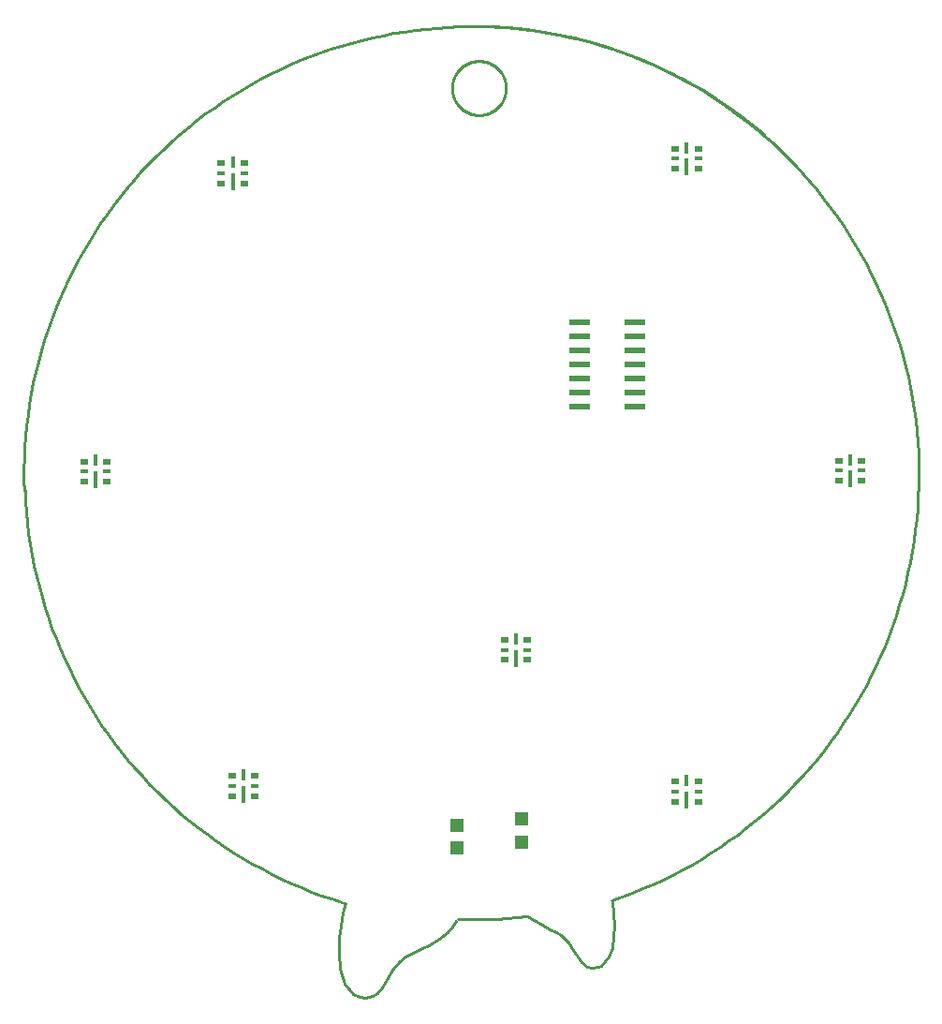
<source format=gtp>
G75*
%MOIN*%
%OFA0B0*%
%FSLAX25Y25*%
%IPPOS*%
%LPD*%
%AMOC8*
5,1,8,0,0,1.08239X$1,22.5*
%
%ADD10C,0.01000*%
%ADD11R,0.07800X0.02200*%
%ADD12R,0.03150X0.01969*%
%ADD13R,0.03150X0.01181*%
%ADD14R,0.01181X0.03937*%
%ADD15R,0.01181X0.05906*%
%ADD16R,0.04724X0.04724*%
D10*
X0128781Y0013704D02*
X0125829Y0017395D01*
X0124106Y0022562D01*
X0123614Y0028714D01*
X0123860Y0033635D01*
X0124352Y0038064D01*
X0125090Y0042739D01*
X0126075Y0046184D01*
X0125336Y0046184D01*
X0145268Y0025269D02*
X0147482Y0026991D01*
X0149943Y0028468D01*
X0153388Y0030190D01*
X0155848Y0031174D01*
X0159293Y0033389D01*
X0162246Y0035604D01*
X0164214Y0037818D01*
X0165445Y0039787D01*
X0145268Y0025269D02*
X0142807Y0022316D01*
X0141085Y0019363D01*
X0139116Y0015919D01*
X0137394Y0014196D01*
X0135671Y0012966D01*
X0133210Y0012228D01*
X0130996Y0012720D01*
X0128781Y0013704D01*
X0190789Y0041263D02*
X0193004Y0040033D01*
X0195957Y0038310D01*
X0198663Y0036834D01*
X0201124Y0035604D01*
X0202846Y0034619D01*
X0205553Y0031913D01*
X0207029Y0029452D01*
X0209982Y0025023D01*
X0211951Y0023546D01*
X0213673Y0023054D01*
X0216134Y0023546D01*
X0217118Y0023793D01*
X0219579Y0026991D01*
X0221055Y0030190D01*
X0221547Y0034373D01*
X0221793Y0038064D01*
X0221547Y0042247D01*
X0221055Y0047169D01*
X0274943Y0319560D02*
X0272010Y0322021D01*
X0269019Y0324411D01*
X0265972Y0326729D01*
X0262869Y0328973D01*
X0259715Y0331142D01*
X0256509Y0333235D01*
X0253253Y0335251D01*
X0249951Y0337188D01*
X0246603Y0339045D01*
X0243211Y0340822D01*
X0239778Y0342517D01*
X0236306Y0344129D01*
X0232795Y0345657D01*
X0229250Y0347102D01*
X0225670Y0348460D01*
X0222059Y0349733D01*
X0218419Y0350919D01*
X0214751Y0352017D01*
X0211058Y0353027D01*
X0207342Y0353949D01*
X0203605Y0354781D01*
X0199849Y0355523D01*
X0196076Y0356176D01*
X0192289Y0356737D01*
X0188489Y0357208D01*
X0184679Y0357588D01*
X0180862Y0357877D01*
X0177038Y0358073D01*
X0173211Y0358179D01*
X0169382Y0358192D01*
X0163956Y0336046D02*
X0163959Y0336282D01*
X0163968Y0336517D01*
X0163982Y0336753D01*
X0164002Y0336988D01*
X0164028Y0337222D01*
X0164060Y0337456D01*
X0164097Y0337689D01*
X0164141Y0337921D01*
X0164189Y0338151D01*
X0164244Y0338381D01*
X0164304Y0338609D01*
X0164370Y0338835D01*
X0164441Y0339060D01*
X0164518Y0339283D01*
X0164600Y0339504D01*
X0164687Y0339723D01*
X0164780Y0339940D01*
X0164879Y0340154D01*
X0164982Y0340366D01*
X0165091Y0340576D01*
X0165204Y0340782D01*
X0165323Y0340986D01*
X0165447Y0341187D01*
X0165575Y0341384D01*
X0165709Y0341579D01*
X0165847Y0341770D01*
X0165990Y0341958D01*
X0166137Y0342142D01*
X0166289Y0342322D01*
X0166445Y0342499D01*
X0166606Y0342672D01*
X0166770Y0342841D01*
X0166939Y0343005D01*
X0167112Y0343166D01*
X0167289Y0343322D01*
X0167469Y0343474D01*
X0167653Y0343621D01*
X0167841Y0343764D01*
X0168032Y0343902D01*
X0168227Y0344036D01*
X0168424Y0344164D01*
X0168625Y0344288D01*
X0168829Y0344407D01*
X0169035Y0344520D01*
X0169245Y0344629D01*
X0169457Y0344732D01*
X0169671Y0344831D01*
X0169888Y0344924D01*
X0170107Y0345011D01*
X0170328Y0345093D01*
X0170551Y0345170D01*
X0170776Y0345241D01*
X0171002Y0345307D01*
X0171230Y0345367D01*
X0171460Y0345422D01*
X0171690Y0345470D01*
X0171922Y0345514D01*
X0172155Y0345551D01*
X0172389Y0345583D01*
X0172623Y0345609D01*
X0172858Y0345629D01*
X0173094Y0345643D01*
X0173329Y0345652D01*
X0173565Y0345655D01*
X0173801Y0345652D01*
X0174036Y0345643D01*
X0174272Y0345629D01*
X0174507Y0345609D01*
X0174741Y0345583D01*
X0174975Y0345551D01*
X0175208Y0345514D01*
X0175440Y0345470D01*
X0175670Y0345422D01*
X0175900Y0345367D01*
X0176128Y0345307D01*
X0176354Y0345241D01*
X0176579Y0345170D01*
X0176802Y0345093D01*
X0177023Y0345011D01*
X0177242Y0344924D01*
X0177459Y0344831D01*
X0177673Y0344732D01*
X0177885Y0344629D01*
X0178095Y0344520D01*
X0178301Y0344407D01*
X0178505Y0344288D01*
X0178706Y0344164D01*
X0178903Y0344036D01*
X0179098Y0343902D01*
X0179289Y0343764D01*
X0179477Y0343621D01*
X0179661Y0343474D01*
X0179841Y0343322D01*
X0180018Y0343166D01*
X0180191Y0343005D01*
X0180360Y0342841D01*
X0180524Y0342672D01*
X0180685Y0342499D01*
X0180841Y0342322D01*
X0180993Y0342142D01*
X0181140Y0341958D01*
X0181283Y0341770D01*
X0181421Y0341579D01*
X0181555Y0341384D01*
X0181683Y0341187D01*
X0181807Y0340986D01*
X0181926Y0340782D01*
X0182039Y0340576D01*
X0182148Y0340366D01*
X0182251Y0340154D01*
X0182350Y0339940D01*
X0182443Y0339723D01*
X0182530Y0339504D01*
X0182612Y0339283D01*
X0182689Y0339060D01*
X0182760Y0338835D01*
X0182826Y0338609D01*
X0182886Y0338381D01*
X0182941Y0338151D01*
X0182989Y0337921D01*
X0183033Y0337689D01*
X0183070Y0337456D01*
X0183102Y0337222D01*
X0183128Y0336988D01*
X0183148Y0336753D01*
X0183162Y0336517D01*
X0183171Y0336282D01*
X0183174Y0336046D01*
X0183171Y0335810D01*
X0183162Y0335575D01*
X0183148Y0335339D01*
X0183128Y0335104D01*
X0183102Y0334870D01*
X0183070Y0334636D01*
X0183033Y0334403D01*
X0182989Y0334171D01*
X0182941Y0333941D01*
X0182886Y0333711D01*
X0182826Y0333483D01*
X0182760Y0333257D01*
X0182689Y0333032D01*
X0182612Y0332809D01*
X0182530Y0332588D01*
X0182443Y0332369D01*
X0182350Y0332152D01*
X0182251Y0331938D01*
X0182148Y0331726D01*
X0182039Y0331516D01*
X0181926Y0331310D01*
X0181807Y0331106D01*
X0181683Y0330905D01*
X0181555Y0330708D01*
X0181421Y0330513D01*
X0181283Y0330322D01*
X0181140Y0330134D01*
X0180993Y0329950D01*
X0180841Y0329770D01*
X0180685Y0329593D01*
X0180524Y0329420D01*
X0180360Y0329251D01*
X0180191Y0329087D01*
X0180018Y0328926D01*
X0179841Y0328770D01*
X0179661Y0328618D01*
X0179477Y0328471D01*
X0179289Y0328328D01*
X0179098Y0328190D01*
X0178903Y0328056D01*
X0178706Y0327928D01*
X0178505Y0327804D01*
X0178301Y0327685D01*
X0178095Y0327572D01*
X0177885Y0327463D01*
X0177673Y0327360D01*
X0177459Y0327261D01*
X0177242Y0327168D01*
X0177023Y0327081D01*
X0176802Y0326999D01*
X0176579Y0326922D01*
X0176354Y0326851D01*
X0176128Y0326785D01*
X0175900Y0326725D01*
X0175670Y0326670D01*
X0175440Y0326622D01*
X0175208Y0326578D01*
X0174975Y0326541D01*
X0174741Y0326509D01*
X0174507Y0326483D01*
X0174272Y0326463D01*
X0174036Y0326449D01*
X0173801Y0326440D01*
X0173565Y0326437D01*
X0173329Y0326440D01*
X0173094Y0326449D01*
X0172858Y0326463D01*
X0172623Y0326483D01*
X0172389Y0326509D01*
X0172155Y0326541D01*
X0171922Y0326578D01*
X0171690Y0326622D01*
X0171460Y0326670D01*
X0171230Y0326725D01*
X0171002Y0326785D01*
X0170776Y0326851D01*
X0170551Y0326922D01*
X0170328Y0326999D01*
X0170107Y0327081D01*
X0169888Y0327168D01*
X0169671Y0327261D01*
X0169457Y0327360D01*
X0169245Y0327463D01*
X0169035Y0327572D01*
X0168829Y0327685D01*
X0168625Y0327804D01*
X0168424Y0327928D01*
X0168227Y0328056D01*
X0168032Y0328190D01*
X0167841Y0328328D01*
X0167653Y0328471D01*
X0167469Y0328618D01*
X0167289Y0328770D01*
X0167112Y0328926D01*
X0166939Y0329087D01*
X0166770Y0329251D01*
X0166606Y0329420D01*
X0166445Y0329593D01*
X0166289Y0329770D01*
X0166137Y0329950D01*
X0165990Y0330134D01*
X0165847Y0330322D01*
X0165709Y0330513D01*
X0165575Y0330708D01*
X0165447Y0330905D01*
X0165323Y0331106D01*
X0165204Y0331310D01*
X0165091Y0331516D01*
X0164982Y0331726D01*
X0164879Y0331938D01*
X0164780Y0332152D01*
X0164687Y0332369D01*
X0164600Y0332588D01*
X0164518Y0332809D01*
X0164441Y0333032D01*
X0164370Y0333257D01*
X0164304Y0333483D01*
X0164244Y0333711D01*
X0164189Y0333941D01*
X0164141Y0334171D01*
X0164097Y0334403D01*
X0164060Y0334636D01*
X0164028Y0334870D01*
X0164002Y0335104D01*
X0163982Y0335339D01*
X0163968Y0335575D01*
X0163959Y0335810D01*
X0163956Y0336046D01*
X0190543Y0041510D02*
X0187044Y0041101D01*
X0183537Y0040769D01*
X0180023Y0040515D01*
X0176504Y0040339D01*
X0172983Y0040241D01*
X0169460Y0040221D01*
X0165937Y0040280D01*
X0220809Y0047169D02*
X0224504Y0048447D01*
X0228165Y0049814D01*
X0231792Y0051272D01*
X0235383Y0052817D01*
X0238934Y0054451D01*
X0242445Y0056170D01*
X0245912Y0057975D01*
X0249334Y0059865D01*
X0252708Y0061837D01*
X0256034Y0063892D01*
X0259308Y0066028D01*
X0262528Y0068243D01*
X0265694Y0070536D01*
X0268802Y0072907D01*
X0271852Y0075352D01*
X0274840Y0077872D01*
X0277766Y0080464D01*
X0280628Y0083127D01*
X0283423Y0085859D01*
X0286151Y0088659D01*
X0288809Y0091525D01*
X0291397Y0094455D01*
X0293912Y0097447D01*
X0296352Y0100501D01*
X0298718Y0103613D01*
X0301006Y0106782D01*
X0303216Y0110006D01*
X0305346Y0113283D01*
X0307396Y0116612D01*
X0309363Y0119990D01*
X0311247Y0123415D01*
X0313047Y0126885D01*
X0314761Y0130398D01*
X0316388Y0133952D01*
X0317928Y0137545D01*
X0319379Y0141174D01*
X0320742Y0144838D01*
X0322014Y0148534D01*
X0323195Y0152261D01*
X0324284Y0156015D01*
X0325281Y0159794D01*
X0326185Y0163597D01*
X0326996Y0167421D01*
X0327713Y0171264D01*
X0328336Y0175123D01*
X0328864Y0178996D01*
X0329297Y0182881D01*
X0329634Y0186775D01*
X0329877Y0190677D01*
X0330023Y0194583D01*
X0330074Y0198491D01*
X0330029Y0202400D01*
X0329888Y0206306D01*
X0329652Y0210208D01*
X0329320Y0214103D01*
X0328893Y0217989D01*
X0328371Y0221863D01*
X0327754Y0225723D01*
X0327043Y0229566D01*
X0326238Y0233391D01*
X0325339Y0237196D01*
X0324348Y0240977D01*
X0323264Y0244732D01*
X0322088Y0248460D01*
X0320822Y0252158D01*
X0319465Y0255824D01*
X0318019Y0259456D01*
X0316485Y0263051D01*
X0314863Y0266608D01*
X0313154Y0270123D01*
X0311360Y0273596D01*
X0309481Y0277024D01*
X0307518Y0280405D01*
X0305474Y0283736D01*
X0303349Y0287017D01*
X0301143Y0290244D01*
X0298860Y0293417D01*
X0296499Y0296533D01*
X0294063Y0299590D01*
X0291553Y0302586D01*
X0288970Y0305520D01*
X0286316Y0308390D01*
X0283592Y0311194D01*
X0280801Y0313930D01*
X0277943Y0316597D01*
X0275021Y0319194D01*
X0272036Y0321718D01*
X0268991Y0324168D01*
X0265886Y0326543D01*
X0262724Y0328841D01*
X0259506Y0331061D01*
X0256236Y0333201D01*
X0252913Y0335261D01*
X0249542Y0337239D01*
X0246123Y0339134D01*
X0242658Y0340944D01*
X0239150Y0342669D01*
X0235601Y0344307D01*
X0232013Y0345858D01*
X0228388Y0347321D01*
X0224729Y0348694D01*
X0221036Y0349978D01*
X0217314Y0351170D01*
X0213563Y0352271D01*
X0209787Y0353280D01*
X0205987Y0354196D01*
X0202165Y0355019D01*
X0198325Y0355748D01*
X0194468Y0356383D01*
X0190596Y0356922D01*
X0186713Y0357367D01*
X0182819Y0357717D01*
X0178919Y0357971D01*
X0175013Y0358130D01*
X0171105Y0358193D01*
X0170120Y0357947D02*
X0166250Y0357890D01*
X0162382Y0357740D01*
X0158519Y0357496D01*
X0154663Y0357157D01*
X0150817Y0356725D01*
X0146982Y0356199D01*
X0143161Y0355580D01*
X0139356Y0354868D01*
X0135570Y0354064D01*
X0131805Y0353167D01*
X0128062Y0352180D01*
X0124345Y0351101D01*
X0120655Y0349933D01*
X0116994Y0348674D01*
X0113366Y0347327D01*
X0109771Y0345892D01*
X0106212Y0344370D01*
X0102691Y0342762D01*
X0099211Y0341069D01*
X0095772Y0339291D01*
X0092378Y0337430D01*
X0089031Y0335487D01*
X0085731Y0333463D01*
X0082482Y0331359D01*
X0079285Y0329177D01*
X0076143Y0326918D01*
X0073056Y0324583D01*
X0070027Y0322173D01*
X0067057Y0319690D01*
X0064149Y0317136D01*
X0061304Y0314512D01*
X0058523Y0311819D01*
X0055809Y0309059D01*
X0053163Y0306234D01*
X0050587Y0303346D01*
X0048081Y0300395D01*
X0045649Y0297384D01*
X0043290Y0294316D01*
X0041007Y0291190D01*
X0038800Y0288010D01*
X0036672Y0284777D01*
X0034623Y0281493D01*
X0032654Y0278161D01*
X0030767Y0274781D01*
X0028963Y0271356D01*
X0027243Y0267889D01*
X0025608Y0264380D01*
X0024059Y0260833D01*
X0022597Y0257250D01*
X0021222Y0253631D01*
X0019936Y0249980D01*
X0018739Y0246300D01*
X0017632Y0242591D01*
X0016616Y0238856D01*
X0015691Y0235097D01*
X0014858Y0231317D01*
X0014117Y0227518D01*
X0013468Y0223702D01*
X0012913Y0219871D01*
X0012452Y0216028D01*
X0012084Y0212175D01*
X0011810Y0208314D01*
X0011630Y0204448D01*
X0011544Y0200578D01*
X0011552Y0196708D01*
X0011655Y0192838D01*
X0011901Y0193083D02*
X0012085Y0189214D01*
X0012364Y0185351D01*
X0012736Y0181495D01*
X0013202Y0177650D01*
X0013761Y0173817D01*
X0014414Y0169999D01*
X0015159Y0166197D01*
X0015997Y0162416D01*
X0016926Y0158655D01*
X0017947Y0154919D01*
X0019058Y0151208D01*
X0020260Y0147525D01*
X0021550Y0143873D01*
X0022930Y0140253D01*
X0024397Y0136668D01*
X0025951Y0133120D01*
X0027590Y0129611D01*
X0029315Y0126143D01*
X0031124Y0122717D01*
X0033015Y0119337D01*
X0034989Y0116004D01*
X0037043Y0112719D01*
X0039176Y0109486D01*
X0041387Y0106306D01*
X0043675Y0103180D01*
X0046039Y0100111D01*
X0048476Y0097101D01*
X0050986Y0094151D01*
X0053567Y0091262D01*
X0056218Y0088438D01*
X0058937Y0085679D01*
X0061722Y0082987D01*
X0064572Y0080363D01*
X0067484Y0077810D01*
X0070459Y0075328D01*
X0073492Y0072919D01*
X0076584Y0070585D01*
X0079731Y0068327D01*
X0082932Y0066147D01*
X0086186Y0064044D01*
X0089490Y0062022D01*
X0092842Y0060081D01*
X0096240Y0058222D01*
X0099682Y0056446D01*
X0103167Y0054754D01*
X0106692Y0053148D01*
X0110255Y0051629D01*
X0113854Y0050196D01*
X0117486Y0048851D01*
X0121151Y0047596D01*
X0124845Y0046429D01*
D11*
X0209514Y0222867D03*
X0209514Y0227867D03*
X0209514Y0232867D03*
X0209514Y0237867D03*
X0209514Y0242867D03*
X0209514Y0247867D03*
X0209514Y0252867D03*
X0228914Y0252867D03*
X0228914Y0247867D03*
X0228914Y0242867D03*
X0228914Y0237867D03*
X0228914Y0232867D03*
X0228914Y0227867D03*
X0228914Y0222867D03*
D12*
X0085563Y0084167D03*
X0085563Y0091253D03*
X0093831Y0091253D03*
X0093831Y0084167D03*
X0182590Y0132582D03*
X0182590Y0139669D03*
X0190858Y0139669D03*
X0190858Y0132582D03*
X0243289Y0089285D03*
X0243289Y0082198D03*
X0251557Y0082198D03*
X0251557Y0089285D03*
X0301606Y0196371D03*
X0301606Y0203458D03*
X0309874Y0203458D03*
X0309874Y0196371D03*
X0251557Y0307346D03*
X0251557Y0314432D03*
X0243289Y0314432D03*
X0243289Y0307346D03*
X0090140Y0309265D03*
X0090140Y0302178D03*
X0081872Y0302178D03*
X0081872Y0309265D03*
X0041173Y0203212D03*
X0041173Y0196125D03*
X0032905Y0196125D03*
X0032905Y0203212D03*
D13*
X0032905Y0199669D03*
X0041173Y0199669D03*
X0081872Y0305722D03*
X0090140Y0305722D03*
X0243289Y0310889D03*
X0251557Y0310889D03*
X0301606Y0199915D03*
X0309874Y0199915D03*
X0251557Y0085741D03*
X0243289Y0085741D03*
X0190858Y0136125D03*
X0182590Y0136125D03*
X0093831Y0087710D03*
X0085563Y0087710D03*
D14*
X0089697Y0091647D03*
X0186724Y0140062D03*
X0247423Y0089678D03*
X0305740Y0203852D03*
X0247423Y0314826D03*
X0086006Y0309659D03*
X0037039Y0203606D03*
D15*
X0037039Y0196716D03*
X0086006Y0302769D03*
X0186724Y0133172D03*
X0247423Y0082789D03*
X0305740Y0196962D03*
X0247423Y0307936D03*
X0089697Y0084757D03*
D16*
X0165730Y0073881D03*
X0165730Y0065613D03*
X0188614Y0067828D03*
X0188614Y0076096D03*
M02*

</source>
